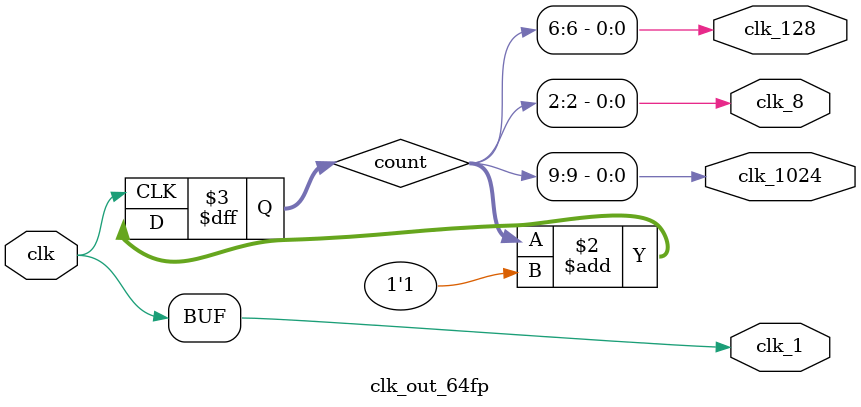
<source format=v>
module   clk_out_64fp(
						input clk,
						output clk_1,
						output clk_8,
						output clk_128,
						output clk_1024
					);

reg [15:0]count;

always@(posedge clk)  
begin              
    count<=count+1'b1;   
end  

assign clk_1 = clk;
assign clk_8 = count[2];
assign clk_128 = count[6];
assign clk_1024 = count[9];

endmodule


</source>
